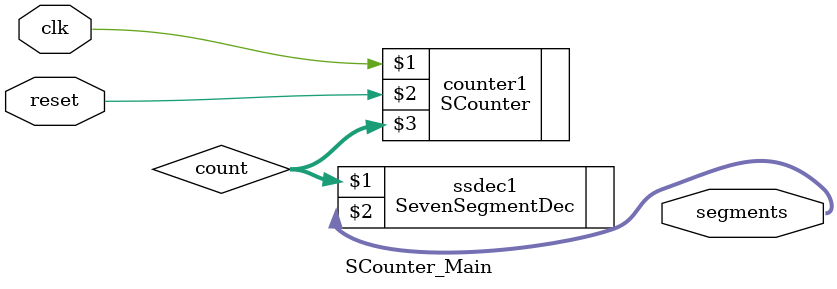
<source format=v>
`timescale 1ns / 1ps
module SCounter_Main(
	input clk,
	input reset,
	output [6:0] segments
    );

wire [3:0] count;
SCounter counter1 (clk,reset,count);
SevenSegmentDec ssdec1 (count,segments);

endmodule


</source>
